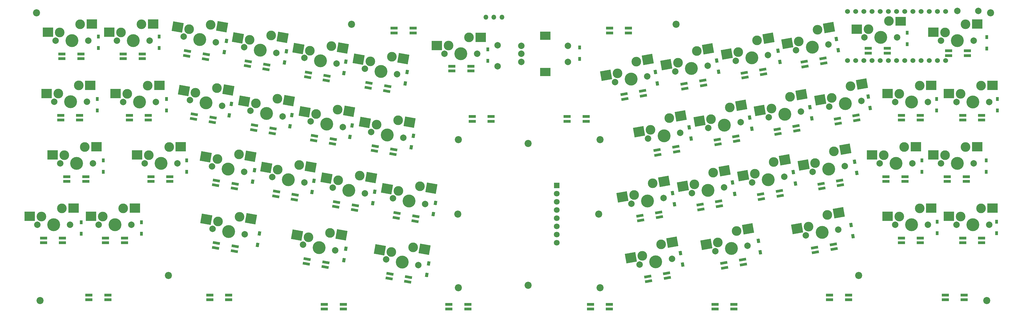
<source format=gbr>
G04 #@! TF.GenerationSoftware,KiCad,Pcbnew,(6.0.2-0)*
G04 #@! TF.CreationDate,2022-02-23T09:44:20+09:00*
G04 #@! TF.ProjectId,aliceball,616c6963-6562-4616-9c6c-2e6b69636164,rev?*
G04 #@! TF.SameCoordinates,Original*
G04 #@! TF.FileFunction,Soldermask,Bot*
G04 #@! TF.FilePolarity,Negative*
%FSLAX46Y46*%
G04 Gerber Fmt 4.6, Leading zero omitted, Abs format (unit mm)*
G04 Created by KiCad (PCBNEW (6.0.2-0)) date 2022-02-23 09:44:20*
%MOMM*%
%LPD*%
G01*
G04 APERTURE LIST*
G04 Aperture macros list*
%AMRotRect*
0 Rectangle, with rotation*
0 The origin of the aperture is its center*
0 $1 length*
0 $2 width*
0 $3 Rotation angle, in degrees counterclockwise*
0 Add horizontal line*
21,1,$1,$2,0,0,$3*%
G04 Aperture macros list end*
%ADD10R,1.800000X1.800000*%
%ADD11C,1.800000*%
%ADD12C,2.200000*%
%ADD13C,4.000000*%
%ADD14C,2.000000*%
%ADD15C,3.000000*%
%ADD16R,3.300000X3.000000*%
%ADD17R,3.300000X2.800000*%
%ADD18RotRect,3.300000X3.000000X190.000000*%
%ADD19RotRect,3.300000X3.000000X170.000000*%
%ADD20R,2.200000X0.820000*%
%ADD21RotRect,2.200000X0.820000X170.000000*%
%ADD22RotRect,2.200000X0.820000X190.000000*%
%ADD23R,3.200000X2.500000*%
%ADD24O,1.500000X1.500000*%
%ADD25R,0.950000X1.300000*%
%ADD26RotRect,1.300000X0.950000X280.000000*%
%ADD27RotRect,1.300000X0.950000X80.000000*%
%ADD28C,1.524000*%
G04 APERTURE END LIST*
D10*
X184912000Y-74998000D03*
D11*
X184912000Y-77538000D03*
X184912000Y-80078000D03*
X184912000Y-82618000D03*
X184912000Y-85158000D03*
X184912000Y-87698000D03*
X184912000Y-90238000D03*
X184912000Y-92778000D03*
D12*
X319659000Y-21336000D03*
X23241000Y-21336000D03*
X24384000Y-110680500D03*
X64198500Y-102870000D03*
X318516000Y-110680500D03*
X278701500Y-102870000D03*
X221932500Y-24955500D03*
X121158000Y-24955500D03*
X154114500Y-83888000D03*
X176022000Y-105918000D03*
X197929500Y-83888000D03*
X176022000Y-61912500D03*
X198310500Y-106680000D03*
X154305000Y-106680000D03*
X198310500Y-60769500D03*
X154305000Y-60769500D03*
D13*
X309372000Y-29971817D03*
D14*
X314452000Y-29971817D03*
X304292000Y-29971817D03*
D15*
X305562000Y-27431817D03*
X311912000Y-24891817D03*
D16*
X301922000Y-27391817D03*
X315522000Y-24851817D03*
D13*
X285559500Y-29019317D03*
D15*
X288099500Y-23939317D03*
D14*
X290639500Y-29019317D03*
D15*
X281749500Y-26479317D03*
D14*
X280479500Y-29019317D03*
D16*
X278109500Y-26439317D03*
D17*
X291709500Y-23999317D03*
D13*
X267306003Y-89566137D03*
D14*
X272308826Y-88684004D03*
X262303180Y-90448270D03*
D15*
X263112819Y-87726325D03*
X268925282Y-84122247D03*
D18*
X259521173Y-88319012D03*
X272473492Y-83455985D03*
D13*
X239131420Y-94515552D03*
D14*
X244134243Y-93633419D03*
X234128597Y-95397685D03*
D15*
X234938236Y-92675740D03*
X240750699Y-89071662D03*
D18*
X231346590Y-93268427D03*
X244298909Y-88405400D03*
D15*
X107741162Y-91076202D03*
X114435757Y-89677456D03*
D13*
X111052213Y-94239213D03*
D14*
X106049390Y-93357080D03*
X116055036Y-95121346D03*
D19*
X104163408Y-90404730D03*
X117997859Y-90264934D03*
D13*
X82929056Y-89265846D03*
D14*
X77926233Y-88383713D03*
D15*
X86312600Y-84704089D03*
X79618005Y-86102835D03*
D14*
X87931879Y-90147979D03*
D19*
X76040251Y-85431363D03*
X89874702Y-85291567D03*
D15*
X31891196Y-65533560D03*
X38241196Y-62993560D03*
D13*
X35701196Y-68073560D03*
D14*
X30621196Y-68073560D03*
X40781196Y-68073560D03*
D16*
X28251196Y-65493560D03*
X41851196Y-62953560D03*
D13*
X33811560Y-49008483D03*
D14*
X28731560Y-49008483D03*
D15*
X36351560Y-43928483D03*
X30001560Y-46468483D03*
D14*
X38891560Y-49008483D03*
D16*
X26361560Y-46428483D03*
X39961560Y-43888483D03*
D20*
X39520000Y-110480000D03*
X45420000Y-110480000D03*
X45420000Y-108980000D03*
X39520000Y-108980000D03*
X77060000Y-110478000D03*
X82960000Y-110478000D03*
X82960000Y-108978000D03*
X77060000Y-108978000D03*
X112683500Y-113335500D03*
X118583500Y-113335500D03*
X118583500Y-111835500D03*
X112683500Y-111835500D03*
X305584000Y-110478000D03*
X311484000Y-110478000D03*
X311484000Y-108978000D03*
X305584000Y-108978000D03*
X269660000Y-110470000D03*
X275560000Y-110470000D03*
X275560000Y-108970000D03*
X269660000Y-108970000D03*
X234032000Y-113335500D03*
X239932000Y-113335500D03*
X239932000Y-111835500D03*
X234032000Y-111835500D03*
X195360500Y-113335500D03*
X201260500Y-113335500D03*
X201260500Y-111835500D03*
X195360500Y-111835500D03*
X151340000Y-113350000D03*
X157240000Y-113350000D03*
X157240000Y-111850000D03*
X151340000Y-111850000D03*
X158594000Y-55042500D03*
X164494000Y-55042500D03*
X164494000Y-53542500D03*
X158594000Y-53542500D03*
X188121500Y-55042500D03*
X194021500Y-55042500D03*
X194021500Y-53542500D03*
X188121500Y-53542500D03*
X201266000Y-27610500D03*
X207166000Y-27610500D03*
X207166000Y-26110500D03*
X201266000Y-26110500D03*
X134324500Y-27610500D03*
X140224500Y-27610500D03*
X140224500Y-26110500D03*
X134324500Y-26110500D03*
X152307500Y-39421500D03*
X158207500Y-39421500D03*
X158207500Y-37921500D03*
X152307500Y-37921500D03*
X31149500Y-35611500D03*
X37049500Y-35611500D03*
X37049500Y-34111500D03*
X31149500Y-34111500D03*
X30768500Y-54661500D03*
X36668500Y-54661500D03*
X36668500Y-53161500D03*
X30768500Y-53161500D03*
X32673500Y-73711500D03*
X38573500Y-73711500D03*
X38573500Y-72211500D03*
X32673500Y-72211500D03*
X25434500Y-92761500D03*
X31334500Y-92761500D03*
X31334500Y-91261500D03*
X25434500Y-91261500D03*
X44675000Y-92761500D03*
X50575000Y-92761500D03*
X50575000Y-91261500D03*
X44675000Y-91261500D03*
X58772000Y-73711500D03*
X64672000Y-73711500D03*
X64672000Y-72211500D03*
X58772000Y-72211500D03*
X52104500Y-54661500D03*
X58004500Y-54661500D03*
X58004500Y-53161500D03*
X52104500Y-53161500D03*
X50199500Y-35611500D03*
X56099500Y-35611500D03*
X56099500Y-34111500D03*
X50199500Y-34111500D03*
D21*
X69926081Y-34706844D03*
X75736447Y-35731368D03*
X75996919Y-34254156D03*
X70186553Y-33229632D03*
X72021581Y-54328344D03*
X77831947Y-55352868D03*
X78092419Y-53875656D03*
X72282053Y-52851132D03*
X78879581Y-74902344D03*
X84689947Y-75926868D03*
X84950419Y-74449656D03*
X79140053Y-73425132D03*
X78879581Y-94333344D03*
X84689947Y-95357868D03*
X84950419Y-93880656D03*
X79140053Y-92856132D03*
X107073581Y-99286344D03*
X112883947Y-100310868D03*
X113144419Y-98833656D03*
X107334053Y-97809132D03*
X97548581Y-78331344D03*
X103358947Y-79355868D03*
X103619419Y-77878656D03*
X97809053Y-76854132D03*
X90690581Y-57757344D03*
X96500947Y-58781868D03*
X96761419Y-57304656D03*
X90951053Y-56280132D03*
X88746000Y-37905594D03*
X94556366Y-38930118D03*
X94816838Y-37452906D03*
X89006472Y-36428382D03*
X107454581Y-41374344D03*
X113264947Y-42398868D03*
X113525419Y-40921656D03*
X107715053Y-39897132D03*
X109359581Y-60995844D03*
X115169947Y-62020368D03*
X115430419Y-60543156D03*
X109620053Y-59518632D03*
X116217581Y-81569844D03*
X122027947Y-82594368D03*
X122288419Y-81117156D03*
X116478053Y-80092632D03*
X132791081Y-103858344D03*
X138601447Y-104882868D03*
X138861919Y-103405656D03*
X133051553Y-102381132D03*
X135037500Y-84998844D03*
X140847866Y-86023368D03*
X141108338Y-84546156D03*
X135297972Y-83521632D03*
X128219081Y-64234344D03*
X134029447Y-65258868D03*
X134289919Y-63781656D03*
X128479553Y-62757132D03*
X126274500Y-44612844D03*
X132084866Y-45637368D03*
X132345338Y-44160156D03*
X126534972Y-43135632D03*
D22*
X206013053Y-48113868D03*
X211823419Y-47089344D03*
X211562947Y-45612132D03*
X205752581Y-46636656D03*
X216300053Y-65449368D03*
X222110419Y-64424844D03*
X221849947Y-62947632D03*
X216039581Y-63972156D03*
X210966053Y-85832868D03*
X216776419Y-84808344D03*
X216515947Y-83331132D03*
X210705581Y-84355656D03*
X213442553Y-104692368D03*
X219252919Y-103667844D03*
X218992447Y-102190632D03*
X213182081Y-103215156D03*
X237064553Y-100501368D03*
X242874919Y-99476844D03*
X242614447Y-97999632D03*
X236804081Y-99024156D03*
X229635053Y-82403868D03*
X235445419Y-81379344D03*
X235184947Y-79902132D03*
X229374581Y-80926656D03*
X234969053Y-62210868D03*
X240779419Y-61186344D03*
X240518947Y-59709132D03*
X234708581Y-60733656D03*
X224682053Y-44875368D03*
X230492419Y-43850844D03*
X230231947Y-42373632D03*
X224421581Y-43398156D03*
X243351053Y-41446368D03*
X249161419Y-40421844D03*
X248900947Y-38944632D03*
X243090581Y-39969156D03*
X253638053Y-58972368D03*
X259448419Y-57947844D03*
X259187947Y-56470632D03*
X253377581Y-57495156D03*
X248494553Y-79165368D03*
X254304919Y-78140844D03*
X254044447Y-76663632D03*
X248234081Y-77688156D03*
X265258553Y-95738868D03*
X271068919Y-94714344D03*
X270808447Y-93237132D03*
X264998081Y-94261656D03*
X267245525Y-75926868D03*
X273055891Y-74902344D03*
X272795419Y-73425132D03*
X266985053Y-74449656D03*
X272307053Y-55733868D03*
X278117419Y-54709344D03*
X277856947Y-53232132D03*
X272046581Y-54256656D03*
X262020053Y-38017368D03*
X267830419Y-36992844D03*
X267569947Y-35515632D03*
X261759581Y-36540156D03*
D20*
X281657000Y-33897000D03*
X287557000Y-33897000D03*
X287557000Y-32397000D03*
X281657000Y-32397000D03*
X291944000Y-54661500D03*
X297844000Y-54661500D03*
X297844000Y-53161500D03*
X291944000Y-53161500D03*
X287181500Y-73711500D03*
X293081500Y-73711500D03*
X293081500Y-72211500D03*
X287181500Y-72211500D03*
X291944000Y-92761500D03*
X297844000Y-92761500D03*
X297844000Y-91261500D03*
X291944000Y-91261500D03*
X310994000Y-92761500D03*
X316894000Y-92761500D03*
X316894000Y-91261500D03*
X310994000Y-91261500D03*
X306231500Y-73711500D03*
X312131500Y-73711500D03*
X312131500Y-72211500D03*
X306231500Y-72211500D03*
X310994000Y-54661500D03*
X316894000Y-54661500D03*
X316894000Y-53161500D03*
X310994000Y-53161500D03*
X306612500Y-34659000D03*
X312512500Y-34659000D03*
X312512500Y-33159000D03*
X306612500Y-33159000D03*
D14*
X309054500Y-87121817D03*
X319214500Y-87121817D03*
D13*
X314134500Y-87121817D03*
D15*
X310324500Y-84581817D03*
X316674500Y-82041817D03*
D16*
X306684500Y-84541817D03*
X320284500Y-82001817D03*
D14*
X304292000Y-68071817D03*
X314452000Y-68071817D03*
D13*
X309372000Y-68071817D03*
D15*
X305562000Y-65531817D03*
X311912000Y-62991817D03*
D16*
X301922000Y-65491817D03*
X315522000Y-62951817D03*
D14*
X309054500Y-49021817D03*
X319214500Y-49021817D03*
D13*
X314134500Y-49021817D03*
D15*
X310324500Y-46481817D03*
X316674500Y-43941817D03*
D16*
X306684500Y-46441817D03*
X320284500Y-43901817D03*
D14*
X290004500Y-87121817D03*
X300164500Y-87121817D03*
D13*
X295084500Y-87121817D03*
D15*
X291274500Y-84581817D03*
X297624500Y-82041817D03*
D16*
X287634500Y-84541817D03*
X301234500Y-82001817D03*
D14*
X285242000Y-68071817D03*
X295402000Y-68071817D03*
D13*
X290322000Y-68071817D03*
D15*
X286512000Y-65531817D03*
X292862000Y-62991817D03*
D16*
X282872000Y-65491817D03*
X296472000Y-62951817D03*
D14*
X290004500Y-49021817D03*
X300164500Y-49021817D03*
D13*
X295084500Y-49021817D03*
D15*
X291274500Y-46481817D03*
X297624500Y-43941817D03*
D16*
X287634500Y-46441817D03*
X301234500Y-43901817D03*
D14*
X264373410Y-70724637D03*
X274379056Y-68960371D03*
D13*
X269376233Y-69842504D03*
D15*
X265183049Y-68002692D03*
X270995512Y-64398614D03*
D18*
X261591403Y-68595379D03*
X274543722Y-63732352D03*
D14*
X269507677Y-50475450D03*
X279513323Y-48711184D03*
D13*
X274510500Y-49593317D03*
D15*
X270317316Y-47753505D03*
X276129779Y-44149427D03*
D18*
X266725670Y-48346192D03*
X279677989Y-43483165D03*
D14*
X259258261Y-32938822D03*
X269263907Y-31174556D03*
D13*
X264261084Y-32056689D03*
D15*
X260067900Y-30216877D03*
X265880363Y-26612799D03*
D18*
X256476254Y-30809564D03*
X269428573Y-25946537D03*
D14*
X245612822Y-74032635D03*
X255618468Y-72268369D03*
D13*
X250615645Y-73150502D03*
D15*
X246422461Y-71310690D03*
X252234924Y-67706612D03*
D18*
X242830815Y-71903377D03*
X255783134Y-67040350D03*
D14*
X250747089Y-53783448D03*
X260752735Y-52019182D03*
D13*
X255749912Y-52901315D03*
D15*
X251556728Y-51061503D03*
X257369191Y-47457425D03*
D18*
X247965082Y-51654190D03*
X260917401Y-46791163D03*
D14*
X240497674Y-36246820D03*
X250503320Y-34482554D03*
D13*
X245500497Y-35364687D03*
D15*
X241307313Y-33524875D03*
X247119776Y-29920797D03*
D18*
X237715667Y-34117562D03*
X250667986Y-29254535D03*
D14*
X226852235Y-77340633D03*
X236857881Y-75576367D03*
D13*
X231855058Y-76458500D03*
D15*
X227661874Y-74618688D03*
X233474337Y-71014610D03*
D18*
X224070228Y-75211375D03*
X237022547Y-70348348D03*
D14*
X231986501Y-57091446D03*
X241992147Y-55327180D03*
D13*
X236989324Y-56209313D03*
D15*
X232796140Y-54369501D03*
X238608603Y-50765423D03*
D18*
X229204494Y-54962188D03*
X242156813Y-50099161D03*
D14*
X221737086Y-39554817D03*
X231742732Y-37790551D03*
D13*
X226739909Y-38672684D03*
D15*
X222546725Y-36832872D03*
X228359188Y-33228794D03*
D18*
X218955079Y-37425559D03*
X231907398Y-32562532D03*
D14*
X210649221Y-99541538D03*
X220654867Y-97777272D03*
D13*
X215652044Y-98659405D03*
D15*
X211458860Y-96819593D03*
X217271323Y-93215515D03*
D18*
X207867214Y-97412280D03*
X220819533Y-92549253D03*
D14*
X208091647Y-80648630D03*
X218097293Y-78884364D03*
D13*
X213094470Y-79766497D03*
D15*
X208901286Y-77926685D03*
X214713749Y-74322607D03*
D18*
X205309640Y-78519372D03*
X218261959Y-73656345D03*
D14*
X213225914Y-60399444D03*
X223231560Y-58635178D03*
D13*
X218228737Y-59517311D03*
D15*
X214035553Y-57677499D03*
X219848016Y-54073421D03*
D18*
X210443907Y-58270186D03*
X223396226Y-53407159D03*
D14*
X202976498Y-42862815D03*
X212982144Y-41098549D03*
D13*
X207979321Y-41980682D03*
D15*
X203786137Y-40140870D03*
X209598600Y-36536792D03*
D18*
X200194491Y-40733557D03*
X213146810Y-35870530D03*
D14*
X149987000Y-34099500D03*
X160147000Y-34099500D03*
D13*
X155067000Y-34099500D03*
D15*
X151257000Y-31559500D03*
X157607000Y-29019500D03*
D16*
X147617000Y-31519500D03*
X161217000Y-28979500D03*
D14*
X131837209Y-97881154D03*
X141842855Y-99645420D03*
D13*
X136840032Y-98763287D03*
D15*
X133528981Y-95600276D03*
X140223576Y-94201530D03*
D19*
X129951227Y-94928804D03*
X143785678Y-94789008D03*
D14*
X134019572Y-78922086D03*
X144025218Y-80686352D03*
D13*
X139022395Y-79804219D03*
D15*
X135711344Y-76641208D03*
X142405939Y-75242462D03*
D19*
X132133590Y-75969736D03*
X145968041Y-75829940D03*
D14*
X127196852Y-58375180D03*
X137202498Y-60139446D03*
D13*
X132199675Y-59257313D03*
D15*
X128888624Y-56094302D03*
X135583219Y-54695556D03*
D19*
X125310870Y-55422830D03*
X139145321Y-55283034D03*
D14*
X125251886Y-38688354D03*
X135257532Y-40452620D03*
D13*
X130254709Y-39570487D03*
D15*
X126943658Y-36407476D03*
X133638253Y-35008730D03*
D19*
X123365904Y-35736004D03*
X137200355Y-35596208D03*
D14*
X115258984Y-75614090D03*
X125264630Y-77378356D03*
D13*
X120261807Y-76496223D03*
D15*
X116950756Y-73333212D03*
X123645351Y-71934466D03*
D19*
X113373002Y-72661740D03*
X127207453Y-72521944D03*
D14*
X108436264Y-55067182D03*
X118441910Y-56831448D03*
D13*
X113439087Y-55949315D03*
D15*
X110128036Y-52786304D03*
X116822631Y-51387558D03*
D19*
X106550282Y-52114832D03*
X120384733Y-51975036D03*
D14*
X106491298Y-35380355D03*
X116496944Y-37144621D03*
D13*
X111494121Y-36262488D03*
D15*
X108183070Y-33099477D03*
X114877665Y-31700731D03*
D19*
X104605316Y-32428005D03*
X118439767Y-32288209D03*
D14*
X96498396Y-72306092D03*
X106504042Y-74070358D03*
D13*
X101501219Y-73188225D03*
D15*
X98190168Y-70025214D03*
X104884763Y-68626468D03*
D19*
X94612414Y-69353742D03*
X108446865Y-69213946D03*
D14*
X89675677Y-51759184D03*
X99681323Y-53523450D03*
D13*
X94678500Y-52641317D03*
D15*
X91367449Y-49478306D03*
X98062044Y-48079560D03*
D19*
X87789695Y-48806834D03*
X101624146Y-48667038D03*
D14*
X87730710Y-32072357D03*
X97736356Y-33836623D03*
D13*
X92733533Y-32954490D03*
D15*
X89422482Y-29791479D03*
X96117077Y-28392733D03*
D19*
X85844728Y-29120007D03*
X99679179Y-28980211D03*
D14*
X77737809Y-68998093D03*
X87743455Y-70762359D03*
D13*
X82740632Y-69880226D03*
D15*
X79429581Y-66717215D03*
X86124176Y-65318469D03*
D19*
X75851827Y-66045743D03*
X89686278Y-65905947D03*
D14*
X70915089Y-48451187D03*
X80920735Y-50215453D03*
D13*
X75917912Y-49333320D03*
D15*
X72606861Y-46170309D03*
X79301456Y-44771563D03*
D19*
X69029107Y-45498837D03*
X82863558Y-45359041D03*
D14*
X68970123Y-28764359D03*
X78975769Y-30528625D03*
D13*
X73972946Y-29646492D03*
D15*
X70661895Y-26483481D03*
X77356490Y-25084735D03*
D19*
X67084141Y-25812009D03*
X80918592Y-25672213D03*
D14*
X42545000Y-87121817D03*
X52705000Y-87121817D03*
D13*
X47625000Y-87121817D03*
D15*
X43815000Y-84581817D03*
X50165000Y-82041817D03*
D16*
X40175000Y-84541817D03*
X53775000Y-82001817D03*
D14*
X56832500Y-68071817D03*
X66992500Y-68071817D03*
D13*
X61912500Y-68071817D03*
D15*
X58102500Y-65531817D03*
X64452500Y-62991817D03*
D16*
X54462500Y-65491817D03*
X68062500Y-62951817D03*
D14*
X50165000Y-49021817D03*
X60325000Y-49021817D03*
D13*
X55245000Y-49021817D03*
D15*
X51435000Y-46481817D03*
X57785000Y-43941817D03*
D16*
X47795000Y-46441817D03*
X61395000Y-43901817D03*
D14*
X48260000Y-29971817D03*
X58420000Y-29971817D03*
D13*
X53340000Y-29971817D03*
D15*
X49530000Y-27431817D03*
X55880000Y-24891817D03*
D16*
X45890000Y-27391817D03*
X59490000Y-24851817D03*
D14*
X23495000Y-87121817D03*
X33655000Y-87121817D03*
D13*
X28575000Y-87121817D03*
D15*
X24765000Y-84581817D03*
X31115000Y-82041817D03*
D16*
X21125000Y-84541817D03*
X34725000Y-82001817D03*
D14*
X29210000Y-29971817D03*
X39370000Y-29971817D03*
D13*
X34290000Y-29971817D03*
D15*
X30480000Y-27431817D03*
X36830000Y-24891817D03*
D16*
X26840000Y-27391817D03*
X40440000Y-24851817D03*
D14*
X173856000Y-31599500D03*
X173856000Y-34099500D03*
X173856000Y-36599500D03*
D23*
X181356000Y-28499500D03*
X181356000Y-39699500D03*
D14*
X188356000Y-31599500D03*
X188356000Y-36599500D03*
D24*
X167854000Y-22719500D03*
X165354000Y-22719500D03*
X162854000Y-22719500D03*
D25*
X44005500Y-70736000D03*
X44005500Y-67186000D03*
X318325500Y-67186000D03*
X318325500Y-70736000D03*
D26*
X258390774Y-70832466D03*
X259007226Y-74328534D03*
D25*
X303085500Y-86236000D03*
X303085500Y-89786000D03*
D27*
X101990274Y-56612034D03*
X102606726Y-53115966D03*
D25*
X163449000Y-36255500D03*
X163449000Y-32705500D03*
X192024000Y-32134000D03*
X192024000Y-35684000D03*
D26*
X244865274Y-53877966D03*
X245481726Y-57374034D03*
X277440774Y-67593966D03*
X278057226Y-71090034D03*
D27*
X83130774Y-53183034D03*
X83747226Y-49686966D03*
D26*
X281631774Y-47400966D03*
X282248226Y-50897034D03*
D27*
X81606774Y-33561534D03*
X82223226Y-30065466D03*
X137804274Y-43277034D03*
X138420726Y-39780966D03*
D25*
X69913500Y-70736000D03*
X69913500Y-67186000D03*
X61341000Y-32255000D03*
X61341000Y-28705000D03*
D27*
X146567274Y-83853534D03*
X147183726Y-80357466D03*
D25*
X42100500Y-51686000D03*
X42100500Y-48136000D03*
D14*
X309360500Y-20764500D03*
X315860500Y-20764500D03*
D27*
X91893774Y-93378534D03*
X92510226Y-89882466D03*
D26*
X223338774Y-95978466D03*
X223955226Y-99474534D03*
D25*
X298323000Y-67186000D03*
X298323000Y-70736000D03*
D27*
X139709274Y-63089034D03*
X140325726Y-59592966D03*
D25*
X42481500Y-32255000D03*
X42481500Y-28705000D03*
D26*
X271725774Y-29493966D03*
X272342226Y-32990034D03*
X247532274Y-92168466D03*
X248148726Y-95664534D03*
X253628274Y-33113466D03*
X254244726Y-36609534D03*
D25*
X302895000Y-48136000D03*
X302895000Y-51686000D03*
D27*
X144471774Y-102713034D03*
X145088226Y-99216966D03*
D25*
X37147500Y-89976500D03*
X37147500Y-86426500D03*
X63627000Y-51686000D03*
X63627000Y-48136000D03*
X318516000Y-28895500D03*
X318516000Y-32445500D03*
D26*
X215528274Y-39780966D03*
X216144726Y-43277034D03*
D25*
X55816500Y-89976500D03*
X55816500Y-86426500D03*
D27*
X120659274Y-59850534D03*
X121275726Y-56354466D03*
D25*
X321754500Y-48136000D03*
X321754500Y-51686000D03*
D27*
X90369774Y-73757034D03*
X90986226Y-70260966D03*
D14*
X166497000Y-31421000D03*
X166497000Y-37921000D03*
D27*
X108848274Y-76995534D03*
X109464726Y-73499466D03*
D25*
X321564000Y-86236000D03*
X321564000Y-89786000D03*
D27*
X100275774Y-36800034D03*
X100892226Y-33303966D03*
D28*
X275209000Y-20955000D03*
X275209000Y-36175000D03*
X277749000Y-36175000D03*
X280289000Y-36175000D03*
X282829000Y-36175000D03*
X285369000Y-36175000D03*
X287909000Y-36175000D03*
X290449000Y-36175000D03*
X292989000Y-36175000D03*
X295529000Y-36175000D03*
X298069000Y-36175000D03*
X300609000Y-36175000D03*
X303149000Y-36175000D03*
X305689000Y-36175000D03*
X305689000Y-20955000D03*
X303149000Y-20955000D03*
X300609000Y-20955000D03*
X298069000Y-20955000D03*
X295529000Y-20955000D03*
X292989000Y-20955000D03*
X290449000Y-20955000D03*
X287909000Y-20955000D03*
X285369000Y-20955000D03*
X282829000Y-20955000D03*
X280289000Y-20955000D03*
X277749000Y-20955000D03*
D27*
X118754274Y-98141034D03*
X119370726Y-94644966D03*
D26*
X239531274Y-74070966D03*
X240147726Y-77567034D03*
X263534274Y-50639466D03*
X264150726Y-54135534D03*
X276297774Y-87215466D03*
X276914226Y-90711534D03*
X226005774Y-56925966D03*
X226622226Y-60422034D03*
D27*
X127707774Y-80424534D03*
X128324226Y-76928466D03*
D25*
X293751000Y-27562000D03*
X293751000Y-31112000D03*
D27*
X118754274Y-40038534D03*
X119370726Y-36542466D03*
D26*
X234578274Y-36161466D03*
X235194726Y-39657534D03*
X220862274Y-77309466D03*
X221478726Y-80805534D03*
M02*

</source>
